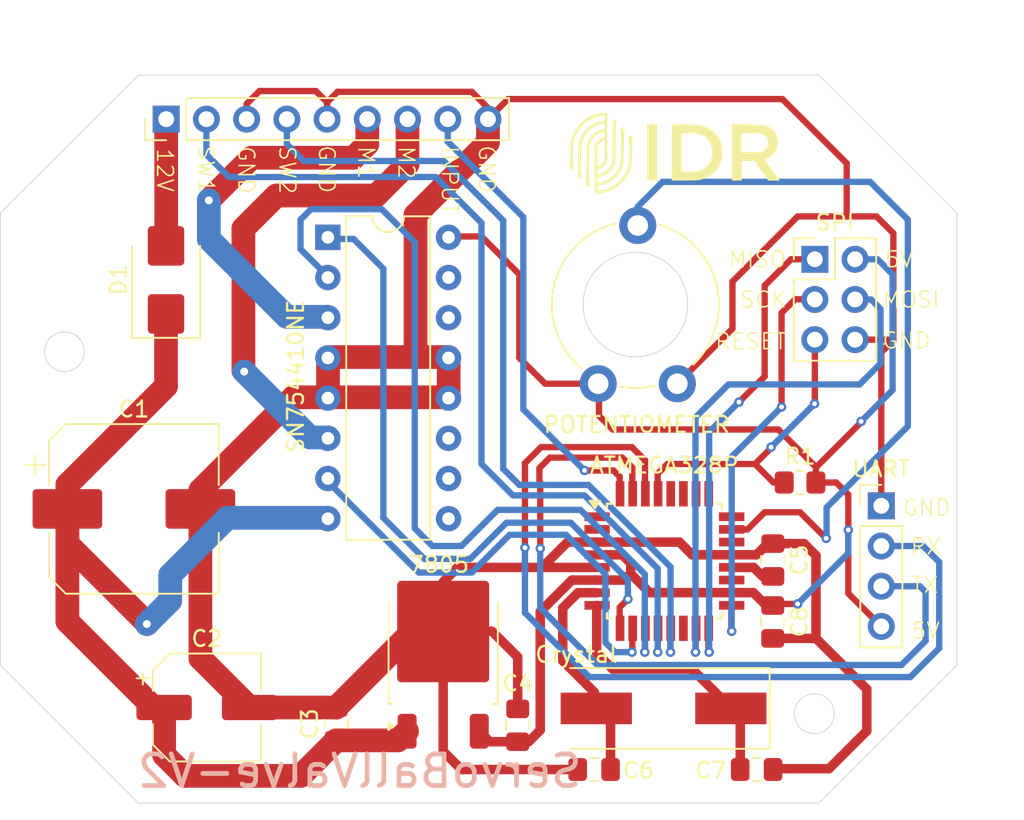
<source format=kicad_pcb>
(kicad_pcb (version 20241229) (generator "pcbnew") (generator_version "9.0")
  (layers (0 "F.Cu" signal) (2 "B.Cu" signal) (13 "F.Paste" user) (15 "B.Paste" user) (5 "F.SilkS" user "F.Silkscreen") (7 "B.SilkS" user "B.Silkscreen") (1 "F.Mask" user) (3 "B.Mask" user) (25 "Edge.Cuts" user))
  (net 0 "")
  (net 1 "24V")
  (net 2 "GND")
  (net 3 "5V")
  (net 4 "Net-(U1-AREF)")
  (net 5 "Net-(U1-XTAL1{slash}PB6)")
  (net 6 "Net-(U1-XTAL2{slash}PB7)")
  (net 7 "S1.1")
  (net 8 "TX")
  (net 9 "RX")
  (net 10 "SCK")
  (net 11 "MISO")
  (net 12 "MOSI")
  (net 13 "RESET")
  (net 14 "Net-(U1-PC0)")
  (net 15 "IN2")
  (net 16 "M2")
  (net 22 "IN1")
  (net 23 "ENA")
  (net 24 "S2.1")
  (net 28 "24VINPUT")
  (net 32 "M1")
  (net 37 "Signal")
  (footprint "Capacitor_SMD:C_0805_2012Metric_Pad1.18x1.45mm_HandSolder" (layer "F.Cu") (at 170.0276 125.6792)
    (property "Reference" "C7" (at -2.8956 0.0508 0) (layer "F.SilkS"))
    (property "Value" "Capacitor 22pf")
    (pad "1" smd roundrect (at -1.0375 0) (size 1.175 1.45) (layers "F.Cu" "F.Mask" "F.Paste") (roundrect_rratio 0.212766) (net 6 "Net-(U1-XTAL2{slash}PB7)"))
    (pad "2" smd roundrect (at 1.0375 0) (size 1.175 1.45) (layers "F.Cu" "F.Mask" "F.Paste") (roundrect_rratio 0.212766) (net 2 "GND"))
  )
  (footprint "Connector_PinHeader_2.54mm:PinHeader_2x03_P2.54mm_Vertical" (layer "F.Cu") (at 173.7052 93.4362)
    (property "Reference" "SPI" (at 1.27 -2.33 0) (layer "F.SilkS"))
    (property "Value" "Conn_02x03_Counter_Clockwise")
    (pad "1" thru_hole rect (at 0 0) (size 1.7 1.7) (drill 1) (layers "*.Cu" "*.Mask") (net 11 "MISO"))
    (pad "2" thru_hole oval (at 2.54 0) (size 1.7 1.7) (drill 1) (layers "*.Cu" "*.Mask") (net 3 "5V"))
    (pad "3" thru_hole oval (at 0 2.54) (size 1.7 1.7) (drill 1) (layers "*.Cu" "*.Mask") (net 10 "SCK"))
    (pad "4" thru_hole oval (at 2.54 2.54) (size 1.7 1.7) (drill 1) (layers "*.Cu" "*.Mask") (net 12 "MOSI"))
    (pad "5" thru_hole oval (at 0 5.08) (size 1.7 1.7) (drill 1) (layers "*.Cu" "*.Mask") (net 13 "RESET"))
    (pad "6" thru_hole oval (at 2.54 5.08) (size 1.7 1.7) (drill 1) (layers "*.Cu" "*.Mask") (net 2 "GND"))
  )
  (footprint "Capacitor_SMD:C_0805_2012Metric_Pad1.18x1.45mm_HandSolder" (layer "F.Cu") (at 154.94 122.8852 90)
    (property "Reference" "C4" (at 2.6416 0 180) (layer "F.SilkS"))
    (property "Value" "Capacitor 2.2uf")
    (pad "1" smd roundrect (at -1.0375 0 90) (size 1.175 1.45) (layers "F.Cu" "F.Mask" "F.Paste") (roundrect_rratio 0.212766) (net 3 "5V"))
    (pad "2" smd roundrect (at 1.0375 0 90) (size 1.175 1.45) (layers "F.Cu" "F.Mask" "F.Paste") (roundrect_rratio 0.212766) (net 2 "GND"))
  )
  (footprint "Connector_PinHeader_2.54mm:PinHeader_1x04_P2.54mm_Vertical" (layer "F.Cu") (at 177.9016 109.0168)
    (property "Reference" "UART" (at 0 -2.33 0) (layer "F.SilkS"))
    (property "Value" "Conn_01x04_Socket")
    (pad "1" thru_hole rect (at 0 0) (size 1.7 1.7) (drill 1) (layers "*.Cu" "*.Mask") (net 2 "GND"))
    (pad "2" thru_hole oval (at 0 2.54) (size 1.7 1.7) (drill 1) (layers "*.Cu" "*.Mask") (net 9 "RX"))
    (pad "3" thru_hole oval (at 0 5.08) (size 1.7 1.7) (drill 1) (layers "*.Cu" "*.Mask") (net 8 "TX"))
    (pad "4" thru_hole oval (at 0 7.62) (size 1.7 1.7) (drill 1) (layers "*.Cu" "*.Mask") (net 3 "5V"))
  )
  (footprint "Capacitor_SMD:C_0805_2012Metric_Pad1.18x1.45mm_HandSolder" (layer "F.Cu") (at 171.05 112.44 -90)
    (property "Reference" "C5" (at 0 -1.68 90) (layer "F.SilkS"))
    (property "Value" "Capacitor 100nf")
    (pad "1" smd roundrect (at -1.0375 0 270) (size 1.175 1.45) (layers "F.Cu" "F.Mask" "F.Paste") (roundrect_rratio 0.212766) (net 2 "GND"))
    (pad "2" smd roundrect (at 1.0375 0 270) (size 1.175 1.45) (layers "F.Cu" "F.Mask" "F.Paste") (roundrect_rratio 0.212766) (net 4 "Net-(U1-AREF)"))
  )
  (footprint "Package_QFP:TQFP-32_7x7mm_P0.8mm" (layer "F.Cu") (at 164.2028 112.5048)
    (property "Reference" "ATMEGA328P" (at 0 -6.05 0) (layer "F.SilkS"))
    (property "Value" "ATmega328P-A")
    (pad "1" smd rect (at -4.25 -2.8) (size 1.6 0.55) (layers "F.Cu" "F.Mask" "F.Paste"))
    (pad "2" smd rect (at -4.25 -2) (size 1.6 0.55) (layers "F.Cu" "F.Mask" "F.Paste"))
    (pad "3" smd rect (at -4.25 -1.2) (size 1.6 0.55) (layers "F.Cu" "F.Mask" "F.Paste") (net 2 "GND"))
    (pad "4" smd rect (at -4.25 -0.4) (size 1.6 0.55) (layers "F.Cu" "F.Mask" "F.Paste") (net 3 "5V"))
    (pad "5" smd rect (at -4.25 0.4) (size 1.6 0.55) (layers "F.Cu" "F.Mask" "F.Paste") (net 2 "GND"))
    (pad "6" smd rect (at -4.25 1.2) (size 1.6 0.55) (layers "F.Cu" "F.Mask" "F.Paste") (net 3 "5V"))
    (pad "7" smd rect (at -4.25 2) (size 1.6 0.55) (layers "F.Cu" "F.Mask" "F.Paste") (net 5 "Net-(U1-XTAL1{slash}PB6)"))
    (pad "8" smd rect (at -4.25 2.8) (size 1.6 0.55) (layers "F.Cu" "F.Mask" "F.Paste") (net 6 "Net-(U1-XTAL2{slash}PB7)"))
    (pad "9" smd rect (at -2.8 4.25 90) (size 1.6 0.55) (layers "F.Cu" "F.Mask" "F.Paste") (net 23 "ENA"))
    (pad "10" smd rect (at -2 4.25 90) (size 1.6 0.55) (layers "F.Cu" "F.Mask" "F.Paste") (net 15 "IN2"))
    (pad "11" smd rect (at -1.2 4.25 90) (size 1.6 0.55) (layers "F.Cu" "F.Mask" "F.Paste") (net 22 "IN1"))
    (pad "12" smd rect (at -0.4 4.25 90) (size 1.6 0.55) (layers "F.Cu" "F.Mask" "F.Paste") (net 7 "S1.1"))
    (pad "13" smd rect (at 0.4 4.25 90) (size 1.6 0.55) (layers "F.Cu" "F.Mask" "F.Paste") (net 24 "S2.1"))
    (pad "14" smd rect (at 1.2 4.25 90) (size 1.6 0.55) (layers "F.Cu" "F.Mask" "F.Paste"))
    (pad "15" smd rect (at 2 4.25 90) (size 1.6 0.55) (layers "F.Cu" "F.Mask" "F.Paste") (net 12 "MOSI"))
    (pad "16" smd rect (at 2.8 4.25 90) (size 1.6 0.55) (layers "F.Cu" "F.Mask" "F.Paste") (net 11 "MISO"))
    (pad "17" smd rect (at 4.25 2.8) (size 1.6 0.55) (layers "F.Cu" "F.Mask" "F.Paste") (net 10 "SCK"))
    (pad "18" smd rect (at 4.25 2) (size 1.6 0.55) (layers "F.Cu" "F.Mask" "F.Paste") (net 3 "5V"))
    (pad "19" smd rect (at 4.25 1.2) (size 1.6 0.55) (layers "F.Cu" "F.Mask" "F.Paste"))
    (pad "20" smd rect (at 4.25 0.4) (size 1.6 0.55) (layers "F.Cu" "F.Mask" "F.Paste") (net 4 "Net-(U1-AREF)"))
    (pad "21" smd rect (at 4.25 -0.4) (size 1.6 0.55) (layers "F.Cu" "F.Mask" "F.Paste") (net 2 "GND"))
    (pad "22" smd rect (at 4.25 -1.2) (size 1.6 0.55) (layers "F.Cu" "F.Mask" "F.Paste"))
    (pad "23" smd rect (at 4.25 -2) (size 1.6 0.55) (layers "F.Cu" "F.Mask" "F.Paste") (net 14 "Net-(U1-PC0)"))
    (pad "24" smd rect (at 4.25 -2.8) (size 1.6 0.55) (layers "F.Cu" "F.Mask" "F.Paste"))
    (pad "25" smd rect (at 2.8 -4.25 90) (size 1.6 0.55) (layers "F.Cu" "F.Mask" "F.Paste"))
    (pad "26" smd rect (at 2 -4.25 90) (size 1.6 0.55) (layers "F.Cu" "F.Mask" "F.Paste"))
    (pad "27" smd rect (at 1.2 -4.25 90) (size 1.6 0.55) (layers "F.Cu" "F.Mask" "F.Paste"))
    (pad "28" smd rect (at 0.4 -4.25 90) (size 1.6 0.55) (layers "F.Cu" "F.Mask" "F.Paste"))
    (pad "29" smd rect (at -0.4 -4.25 90) (size 1.6 0.55) (layers "F.Cu" "F.Mask" "F.Paste") (net 13 "RESET"))
    (pad "30" smd rect (at -1.2 -4.25 90) (size 1.6 0.55) (layers "F.Cu" "F.Mask" "F.Paste") (net 9 "RX"))
    (pad "31" smd rect (at -2 -4.25 90) (size 1.6 0.55) (layers "F.Cu" "F.Mask" "F.Paste") (net 8 "TX"))
    (pad "32" smd rect (at -2.8 -4.25 90) (size 1.6 0.55) (layers "F.Cu" "F.Mask" "F.Paste") (net 37 "Signal"))
  )
  (footprint "Capacitor_SMD:C_0805_2012Metric_Pad1.18x1.45mm_HandSolder" (layer "F.Cu") (at 143.48 122.8 90)
    (property "Reference" "C3" (at 0 -1.68 90) (layer "F.SilkS"))
    (property "Value" "Capacitor 4.7uf")
    (pad "1" smd roundrect (at -1.0375 0 90) (size 1.175 1.45) (layers "F.Cu" "F.Mask" "F.Paste") (roundrect_rratio 0.212766) (net 1 "24V"))
    (pad "2" smd roundrect (at 1.0375 0 90) (size 1.175 1.45) (layers "F.Cu" "F.Mask" "F.Paste") (roundrect_rratio 0.212766) (net 2 "GND"))
  )
  (footprint "Diode_SMD:D_SMB" (layer "F.Cu") (at 132.73 94.74 90)
    (property "Reference" "D1" (at 0 -3 90) (layer "F.SilkS"))
    (property "Value" "US2AA")
    (pad "1" smd roundrect (at -2.15 0 90) (size 2.5 2.3) (layers "F.Cu" "F.Mask" "F.Paste") (roundrect_rratio 0.1086956522) (net 1 "24V"))
    (pad "2" smd roundrect (at 2.15 0 90) (size 2.5 2.3) (layers "F.Cu" "F.Mask" "F.Paste") (roundrect_rratio 0.1086956522) (net 28 "24VINPUT"))
  )
  (footprint "Potentiometer_THT:Potentiometer_Piher_PT-10-V10_Vertical_Hole" (layer "F.Cu") (at 165.02 101.3 90)
    (property "Reference" "POTENTIOMETER" (at -2.586 -2.5616 180) (layer "F.SilkS"))
    (property "Value" "R_Potentiometer")
    (pad "1" thru_hole circle (at 0 0 90) (size 2.34 2.34) (drill 1.3) (layers "*.Cu" "*.Mask") (net 2 "GND"))
    (pad "2" thru_hole circle (at 10 -2.5 90) (size 2.34 2.34) (drill 1.3) (layers "*.Cu" "*.Mask") (net 14 "Net-(U1-PC0)"))
    (pad "3" thru_hole circle (at 0 -5 90) (size 2.34 2.34) (drill 1.3) (layers "*.Cu" "*.Mask") (net 3 "5V"))
  )
  (footprint "Crystal:Crystal_SMD_HC49-SD" (layer "F.Cu") (at 164.152 121.8184 180)
    (property "Reference" "Crystal" (at 5.5036 3.4036 0) (layer "F.SilkS"))
    (property "Value" "16MHzCrystal")
    (pad "1" smd rect (at -4.25 0 180) (size 4.5 2) (layers "F.Cu" "F.Mask" "F.Paste") (net 6 "Net-(U1-XTAL2{slash}PB7)"))
    (pad "2" smd rect (at 4.25 0 180) (size 4.5 2) (layers "F.Cu" "F.Mask" "F.Paste") (net 5 "Net-(U1-XTAL1{slash}PB6)"))
  )
  (footprint "Capacitor_SMD:C_0805_2012Metric_Pad1.18x1.45mm_HandSolder" (layer "F.Cu") (at 159.766 125.6792 180)
    (property "Reference" "C6" (at -2.794 -0.0508 0) (layer "F.SilkS"))
    (property "Value" "Capacitor 22pf")
    (pad "1" smd roundrect (at -1.0375 0 180) (size 1.175 1.45) (layers "F.Cu" "F.Mask" "F.Paste") (roundrect_rratio 0.212766) (net 5 "Net-(U1-XTAL1{slash}PB6)"))
    (pad "2" smd roundrect (at 1.0375 0 180) (size 1.175 1.45) (layers "F.Cu" "F.Mask" "F.Paste") (roundrect_rratio 0.212766) (net 2 "GND"))
  )
  (footprint "Package_DIP:DIP-16_W7.62mm" (layer "F.Cu") (at 142.9512 92.0496)
    (property "Reference" "SN754410NE" (at -2.032 8.7884 90) (layer "F.SilkS"))
    (property "Value" "L293D")
    (pad "1" thru_hole rect (at 0 0) (size 1.6 1.6) (drill 0.8) (layers "*.Cu" "*.Mask") (net 23 "ENA"))
    (pad "2" thru_hole oval (at 0 2.54) (size 1.6 1.6) (drill 0.8) (layers "*.Cu" "*.Mask") (net 22 "IN1"))
    (pad "3" thru_hole oval (at 0 5.08) (size 1.6 1.6) (drill 0.8) (layers "*.Cu" "*.Mask") (net 32 "M1"))
    (pad "4" thru_hole oval (at 0 7.62) (size 1.6 1.6) (drill 0.8) (layers "*.Cu" "*.Mask") (net 2 "GND"))
    (pad "5" thru_hole oval (at 0 10.16) (size 1.6 1.6) (drill 0.8) (layers "*.Cu" "*.Mask") (net 2 "GND"))
    (pad "6" thru_hole oval (at 0 12.7) (size 1.6 1.6) (drill 0.8) (layers "*.Cu" "*.Mask") (net 16 "M2"))
    (pad "7" thru_hole oval (at 0 15.24) (size 1.6 1.6) (drill 0.8) (layers "*.Cu" "*.Mask") (net 15 "IN2"))
    (pad "8" thru_hole oval (at 0 17.78) (size 1.6 1.6) (drill 0.8) (layers "*.Cu" "*.Mask") (net 1 "24V"))
    (pad "9" thru_hole oval (at 7.62 17.78) (size 1.6 1.6) (drill 0.8) (layers "*.Cu" "*.Mask"))
    (pad "10" thru_hole oval (at 7.62 15.24) (size 1.6 1.6) (drill 0.8) (layers "*.Cu" "*.Mask"))
    (pad "11" thru_hole oval (at 7.62 12.7) (size 1.6 1.6) (drill 0.8) (layers "*.Cu" "*.Mask"))
    (pad "12" thru_hole oval (at 7.62 10.16) (size 1.6 1.6) (drill 0.8) (layers "*.Cu" "*.Mask") (net 2 "GND"))
    (pad "13" thru_hole oval (at 7.62 7.62) (size 1.6 1.6) (drill 0.8) (layers "*.Cu" "*.Mask") (net 2 "GND"))
    (pad "14" thru_hole oval (at 7.62 5.08) (size 1.6 1.6) (drill 0.8) (layers "*.Cu" "*.Mask"))
    (pad "15" thru_hole oval (at 7.62 2.54) (size 1.6 1.6) (drill 0.8) (layers "*.Cu" "*.Mask"))
    (pad "16" thru_hole oval (at 7.62 0) (size 1.6 1.6) (drill 0.8) (layers "*.Cu" "*.Mask") (net 3 "5V"))
  )
  (footprint "Connector_PinHeader_2.54mm:PinHeader_1x09_P2.54mm_Vertical" (layer "F.Cu") (at 132.7404 84.582 90)
    (property "Reference" "J3" (hide yes))
    (property "Value" "Conn_01x09_Socket")
    (pad "1" thru_hole rect (at 0 0 90) (size 1.7 1.7) (drill 1) (layers "*.Cu" "*.Mask") (net 28 "24VINPUT"))
    (pad "2" thru_hole oval (at 0 2.54 90) (size 1.7 1.7) (drill 1) (layers "*.Cu" "*.Mask") (net 7 "S1.1"))
    (pad "3" thru_hole oval (at 0 5.08 90) (size 1.7 1.7) (drill 1) (layers "*.Cu" "*.Mask") (net 2 "GND"))
    (pad "4" thru_hole oval (at 0 7.62 90) (size 1.7 1.7) (drill 1) (layers "*.Cu" "*.Mask") (net 24 "S2.1"))
    (pad "5" thru_hole oval (at 0 10.16 90) (size 1.7 1.7) (drill 1) (layers "*.Cu" "*.Mask") (net 2 "GND"))
    (pad "6" thru_hole oval (at 0 12.7 90) (size 1.7 1.7) (drill 1) (layers "*.Cu" "*.Mask") (net 32 "M1"))
    (pad "7" thru_hole oval (at 0 15.24 90) (size 1.7 1.7) (drill 1) (layers "*.Cu" "*.Mask") (net 16 "M2"))
    (pad "8" thru_hole oval (at 0 17.78 90) (size 1.7 1.7) (drill 1) (layers "*.Cu" "*.Mask") (net 37 "Signal"))
    (pad "9" thru_hole oval (at 0 20.32 90) (size 1.7 1.7) (drill 1) (layers "*.Cu" "*.Mask") (net 2 "GND"))
  )
  (footprint "Capacitor_SMD:CP_Elec_10x10.5" (layer "F.Cu") (at 130.7 109.21)
    (property "Reference" "C1" (at 0 -6.3 0) (layer "F.SilkS"))
    (property "Value" "Capacitor 220uf")
    (pad "1" smd roundrect (at -4.2 0) (size 4.4 2.5) (layers "F.Cu" "F.Mask" "F.Paste") (roundrect_rratio 0.1) (net 1 "24V"))
    (pad "2" smd roundrect (at 4.2 0) (size 4.4 2.5) (layers "F.Cu" "F.Mask" "F.Paste") (roundrect_rratio 0.1) (net 2 "GND"))
  )
  (footprint "Capacitor_SMD:CP_Elec_6.3x7.7" (layer "F.Cu") (at 135.31 121.76)
    (property "Reference" "C2" (at 0 -4.35 0) (layer "F.SilkS"))
    (property "Value" "Capacitor 100uf")
    (pad "1" smd roundrect (at -2.7 0) (size 3.5 1.6) (layers "F.Cu" "F.Mask" "F.Paste") (roundrect_rratio 0.15625) (net 1 "24V"))
    (pad "2" smd roundrect (at 2.7 0) (size 3.5 1.6) (layers "F.Cu" "F.Mask" "F.Paste") (roundrect_rratio 0.15625) (net 2 "GND"))
  )
  (footprint "Package_TO_SOT_SMD:TO-252-2" (layer "F.Cu") (at 150.2325 118.22 90)
    (property "Reference" "7805" (at 5.4948 -0.2709 180) (layer "F.SilkS"))
    (property "Value" "L7805")
    (pad "1" smd roundrect (at -5.04 -2.28 90) (size 2.2 1.2) (layers "F.Cu" "F.Mask" "F.Paste") (roundrect_rratio 0.208333) (net 1 "24V"))
    (pad "2" smd roundrect (at -0.415 -1.525 90) (size 3.05 2.75) (layers "F.Cu" "F.Paste") (roundrect_rratio 0.090909) (net 2 "GND"))
    (pad "2" smd roundrect (at -0.415 1.525 90) (size 3.05 2.75) (layers "F.Cu" "F.Paste") (roundrect_rratio 0.090909) (net 2 "GND"))
    (pad "2" smd roundrect (at 1.26 0 90) (size 6.4 5.8) (layers "F.Cu" "F.Mask") (roundrect_rratio 0.043103) (net 2 "GND"))
    (pad "2" smd roundrect (at 2.935 -1.525 90) (size 3.05 2.75) (layers "F.Cu" "F.Paste") (roundrect_rratio 0.090909) (net 2 "GND"))
    (pad "2" smd roundrect (at 2.935 1.525 90) (size 3.05 2.75) (layers "F.Cu" "F.Paste") (roundrect_rratio 0.090909) (net 2 "GND"))
    (pad "3" smd roundrect (at -5.04 2.28 90) (size 2.2 1.2) (layers "F.Cu" "F.Mask" "F.Paste") (roundrect_rratio 0.208333) (net 3 "5V"))
  )
  (footprint "MyLibrary:18mm_IDR_LOGO" (layer "F.Cu") (at 164.846 86.7156)
    (property "Reference" "G***" (hide yes))
    (property "Value" "LOGO" (hide yes))
  )
  (footprint "Resistor_SMD:R_0805_2012Metric_Pad1.20x1.40mm_HandSolder" (layer "F.Cu") (at 172.7708 107.5436)
    (property "Reference" "R1" (at 0 -1.65 0) (layer "F.SilkS"))
    (property "Value" "Resistor 1K")
    (pad "1" smd roundrect (at -1 0) (size 1.2 1.4) (layers "F.Cu" "F.Mask" "F.Paste") (roundrect_rratio 0.208333) (net 13 "RESET"))
    (pad "2" smd roundrect (at 1 0) (size 1.2 1.4) (layers "F.Cu" "F.Mask" "F.Paste") (roundrect_rratio 0.208333) (net 3 "5V"))
  )
  (footprint "Capacitor_SMD:C_0805_2012Metric_Pad1.18x1.45mm_HandSolder" (layer "F.Cu") (at 171.0436 116.3535 -90)
    (property "Reference" "C8" (at 0 -1.68 90) (layer "F.SilkS"))
    (property "Value" "Capacitor 100nf")
    (pad "1" smd roundrect (at -1.0375 0 270) (size 1.175 1.45) (layers "F.Cu" "F.Mask" "F.Paste") (roundrect_rratio 0.212766) (net 3 "5V"))
    (pad "2" smd roundrect (at 1.0375 0 270) (size 1.175 1.45) (layers "F.Cu" "F.Mask" "F.Paste") (roundrect_rratio 0.212766) (net 2 "GND"))
  )
  (gr_line (start 130.98 127.8) (end 122.27 119.09) (stroke (width 0.05)) (layer "Edge.Cuts"))
  (gr_line (start 182.67 90.51) (end 182.67 119.09) (stroke (width 0.05)) (layer "Edge.Cuts"))
  (gr_line (start 130.98 81.8) (end 173.96 81.8) (stroke (width 0.05)) (layer "Edge.Cuts"))
  (gr_line (start 122.27 90.51) (end 130.98 81.8) (stroke (width 0.05)) (layer "Edge.Cuts"))
  (gr_line (start 182.67 90.51) (end 173.96 81.8) (stroke (width 0.05)) (layer "Edge.Cuts"))
  (gr_circle (center 162.37 96.3) (end 165.67 96.3) (stroke (width 0.05)) (fill no) (layer "Edge.Cuts"))
  (gr_circle (center 126.315 99.28) (end 127.57 99.28) (stroke (width 0.05)) (fill no) (layer "Edge.Cuts"))
  (gr_line (start 122.27 119.09) (end 122.27 90.51) (stroke (width 0.05)) (layer "Edge.Cuts"))
  (gr_line (start 173.96 127.8) (end 130.98 127.8) (stroke (width 0.05)) (layer "Edge.Cuts"))
  (gr_line (start 173.96 127.8) (end 182.67 119.09) (stroke (width 0.05)) (layer "Edge.Cuts"))
  (gr_circle (center 173.67 122.15) (end 174.64 121.35) (stroke (width 0.05)) (fill no) (layer "Edge.Cuts"))
  (gr_text "SCK\n" (at 168.91 96.5708 0) (layer "F.SilkS") (effects (font (size 1 1) (thickness 0.1)) (justify left bottom)))
  (gr_text "MOSI\n" (at 177.9016 96.5708 0) (layer "F.SilkS") (effects (font (size 1 1) (thickness 0.1)) (justify left bottom)))
  (gr_text "12V" (at 132.0754 86.36 270) (layer "F.SilkS") (effects (font (size 1 1) (thickness 0.1)) (justify left bottom)))
  (gr_text "GND" (at 177.9016 99.1616 0) (layer "F.SilkS") (effects (font (size 1 1) (thickness 0.1)) (justify left bottom)))
  (gr_text "SW1" (at 134.6708 86.1568 -90) (layer "F.SilkS") (effects (font (size 1 1) (thickness 0.1)) (justify left bottom)))
  (gr_text "5V" (at 178.054 94.0308 0) (layer "F.SilkS") (effects (font (size 1 1) (thickness 0.1)) (justify left bottom)))
  (gr_text "M1" (at 144.78 86.2076 270) (layer "F.SilkS") (effects (font (size 1 1) (thickness 0.1)) (justify left bottom)))
  (gr_text "GND" (at 152.4 86.1568 -90) (layer "F.SilkS") (effects (font (size 1 1) (thickness 0.1)) (justify left bottom)))
  (gr_text "5V" (at 179.7304 117.5004 0) (layer "F.SilkS") (effects (font (size 1 1) (thickness 0.1)) (justify left bottom)))
  (gr_text "GND" (at 142.2908 86.1568 -90) (layer "F.SilkS") (effects (font (size 1 1) (thickness 0.1)) (justify left bottom)))
  (gr_text "RESET" (at 167.3352 99.2124 0) (layer "F.SilkS") (effects (font (size 1 1) (thickness 0.1)) (justify left bottom)))
  (gr_text "INPUT" (at 150.0632 86.2076 270) (layer "F.SilkS") (effects (font (size 1 1) (thickness 0.1)) (justify left bottom)))
  (gr_text "RX" (at 179.6796 112.1664 0) (layer "F.SilkS") (effects (font (size 1 1) (thickness 0.1)) (justify left bottom)))
  (gr_text "GND" (at 137.2108 86.2076 -90) (layer "F.SilkS") (effects (font (size 1 1) (thickness 0.1)) (justify left bottom)))
  (gr_text "MISO" (at 168.1988 94.0308 0) (layer "F.SilkS") (effects (font (size 1 1) (thickness 0.1)) (justify left bottom)))
  (gr_text "SW2" (at 139.8016 86.2076 270) (layer "F.SilkS") (effects (font (size 1 1) (thickness 0.1)) (justify left bottom)))
  (gr_text "GND" (at 179.1716 109.728 0) (layer "F.SilkS") (effects (font (size 1 1) (thickness 0.1)) (justify left bottom)))
  (gr_text "M2" (at 147.32 86.2076 270) (layer "F.SilkS") (effects (font (size 1 1) (thickness 0.1)) (justify left bottom)))
  (gr_text "TX" (at 179.7304 114.6048 0) (layer "F.SilkS") (effects (font (size 1 1) (thickness 0.1)) (justify left bottom)))
  (gr_text "ServoBallValve-V2" (at 159.1564 126.9492 0) (layer "B.SilkS") (effects (font (size 2 2) (thickness 0.3)) (justify left bottom mirror)))
  (segment (start 126.5 109.21) (end 126.52 109.21) (width 0.2) (layer "F.Cu") (net 1))
  (segment (start 147.375 123.8375) (end 147.9525 123.26) (width 1.5) (layer "F.Cu") (net 1))
  (segment (start 131.5212 116.4336) (end 126.5 111.4124) (width 1.5) (layer "F.Cu") (net 1))
  (segment (start 126.5 109.99) (end 126.5 109.21) (width 0.2) (layer "F.Cu") (net 1))
  (segment (start 132.61 121.76) (end 131.94 121.76) (width 0.2) (layer "F.Cu") (net 1))
  (segment (start 141.2375 126.08) (end 143.48 123.8375) (width 1.5) (layer "F.Cu") (net 1))
  (segment (start 143.48 123.8375) (end 147.375 123.8375) (width 1.5) (layer "F.Cu") (net 1))
  (segment (start 126.5 107.688) (end 132.73 101.458) (width 1.5) (layer "F.Cu") (net 1))
  (segment (start 132.61 124.76) (end 133.93 126.08) (width 1.5) (layer "F.Cu") (net 1))
  (segment (start 131.5212 116.4844) (end 131.5212 116.4336) (width 1.5) (layer "F.Cu") (net 1))
  (segment (start 133.93 126.08) (end 141.2375 126.08) (width 1.5) (layer "F.Cu") (net 1))
  (segment (start 132.73 101.458) (end 132.73 96.89) (width 1.5) (layer "F.Cu") (net 1))
  (segment (start 126.5 111.4124) (end 126.5 109.99) (width 1.5) (layer "F.Cu") (net 1))
  (segment (start 126.5 116.32) (end 126.5 109.21) (width 1.5) (layer "F.Cu") (net 1))
  (segment (start 131.94 121.76) (end 126.5 116.32) (width 1.5) (layer "F.Cu") (net 1))
  (segment (start 132.61 121.76) (end 132.61 124.76) (width 1.5) (layer "F.Cu") (net 1))
  (segment (start 126.5 109.21) (end 126.5 107.688) (width 1.5) (layer "F.Cu") (net 1))
  (via (at 131.5212 116.4844) (size 1.5) (drill 0.5) (layers "F.Cu" "B.Cu") (net 1))
  (segment (start 132.9944 115.0112) (end 132.9944 113.3856) (width 1.5) (layer "B.Cu") (net 1))
  (segment (start 132.9944 113.3856) (end 136.605 109.775) (width 1.5) (layer "B.Cu") (net 1))
  (segment (start 131.5212 116.4844) (end 132.9944 115.0112) (width 1.5) (layer "B.Cu") (net 1))
  (segment (start 136.605 109.775) (end 142.96 109.775) (width 1.5) (layer "B.Cu") (net 1))
  (segment (start 142.9004 83.5152) (end 143.5608 82.8548) (width 0.4) (layer "F.Cu") (net 2))
  (segment (start 178.6636 98.552) (end 177.9016 99.314) (width 0.4) (layer "F.Cu") (net 2))
  (segment (start 153.0604 86.0552) (end 148.4884 90.6272) (width 1.5) (layer "F.Cu") (net 2))
  (segment (start 142.96 102.155) (end 142.96 99.615) (width 1.5) (layer "F.Cu") (net 2))
  (segment (start 165.02 101.3) (end 168.5036 97.8164) (width 0.4) (layer "F.Cu") (net 2))
  (segment (start 168.43 112.11) (end 165.958 112.11) (width 0.6) (layer "F.Cu") (net 2))
  (segment (start 138.6332 82.804) (end 142.1892 82.804) (width 0.4) (layer "F.Cu") (net 2))
  (segment (start 159.93 111.31) (end 158.0824 111.31) (width 0.6) (layer "F.Cu") (net 2))
  (segment (start 143.48 121.7625) (end 148.2825 116.96) (width 1.5) (layer "F.Cu") (net 2))
  (segment (start 151.1484 112.91) (end 150.2325 113.8259) (width 0.6) (layer "F.Cu") (net 2))
  (segment (start 142.96 99.615) (end 148.5392 99.615) (width 1.5) (layer "F.Cu") (net 2))
  (segment (start 137.8204 83.6168) (end 138.6332 82.804) (width 0.4) (layer "F.Cu") (net 2))
  (segment (start 142.9004 83.5152) (end 142.9004 84.582) (width 0.4) (layer "F.Cu") (net 2))
  (segment (start 168.5036 94.8436) (end 172.6184 90.7288) (width 0.4) (layer "F.Cu") (net 2))
  (segment (start 142.1892 82.804) (end 142.9004 83.5152) (width 0.4) (layer "F.Cu") (net 2))
  (segment (start 148.4884 90.6272) (end 148.4884 99.5642) (width 1.5) (layer "F.Cu") (net 2))
  (segment (start 151.384 125.6792) (end 150.2325 124.5277) (width 0.6) (layer "F.Cu") (net 2))
  (segment (start 148.2825 116.96) (end 150.2325 116.96) (width 1.5) (layer "F.Cu") (net 2))
  (segment (start 177.9016 99.314) (end 177.9016 109.0168) (width 0.4) (layer "F.Cu") (net 2))
  (segment (start 154.3304 83.312) (end 153.0604 84.582) (width 0.4) (layer "F.Cu") (net 2))
  (segment (start 134.9 108.0256) (end 134.9 109.21) (width 1.5) (layer "F.Cu") (net 2))
  (segment (start 168.5036 97.8164) (end 168.5036 94.8436) (width 0.4) (layer "F.Cu") (net 2))
  (segment (start 170 112.11) (end 168.43 112.11) (width 0.6) (layer "F.Cu") (net 2))
  (segment (start 137.8204 84.582) (end 137.8204 83.6168) (width 0.4) (layer "F.Cu") (net 2))
  (segment (start 142.96 102.155) (end 141.3 102.155) (width 1.5) (layer "F.Cu") (net 2))
  (segment (start 165.158 111.31) (end 159.93 111.31) (width 0.6) (layer "F.Cu") (net 2))
  (segment (start 172.6184 90.7288) (end 175.7172 90.7288) (width 0.4) (layer "F.Cu") (net 2))
  (segment (start 142.96 102.155) (end 150.58 102.155) (width 1.5) (layer "F.Cu") (net 2))
  (segment (start 138.01 121.76) (end 134.9 118.65) (width 1.5) (layer "F.Cu") (net 2))
  (segment (start 153.3144 116.9416) (end 154.94 118.5672) (width 0.6) (layer "F.Cu") (net 2))
  (segment (start 165.958 112.11) (end 165.158 111.31) (width 0.6) (layer "F.Cu") (net 2))
  (segment (start 153.0604 83.8708) (end 153.0604 84.582) (width 0.2) (layer "F.Cu") (net 2))
  (segment (start 171.6532 83.312) (end 154.3304 83.312) (width 0.4) (layer "F.Cu") (net 2))
  (segment (start 175.7172 90.7288) (end 177.5968 90.7288) (width 0.4) (layer "F.Cu") (net 2))
  (segment (start 156.7688 112.91) (end 151.1484 112.91) (width 0.6) (layer "F.Cu") (net 2))
  (segment (start 148.5392 99.615) (end 150.58 99.615) (width 1.5) (layer "F.Cu") (net 2))
  (segment (start 171.05 111.4025) (end 170.7275 111.4025) (width 0.2) (layer "F.Cu") (net 2))
  (segment (start 134.9 118.65) (end 134.9 109.21) (width 1.5) (layer "F.Cu") (net 2))
  (segment (start 158.0824 111.31) (end 156.7688 112.6236) (width 0.6) (layer "F.Cu") (net 2))
  (segment (start 171.1159 125.6284) (end 171.0651 125.6792) (width 0.2) (layer "F.Cu") (net 2))
  (segment (start 176.2452 98.5162) (end 178.6278 98.5162) (width 0.4) (layer "F.Cu") (net 2))
  (segment (start 154.94 118.5672) (end 154.94 121.8477) (width 0.6) (layer "F.Cu") (net 2))
  (segment (start 171.0519 111.4044) (end 173.0248 111.4044) (width 0.6) (layer "F.Cu") (net 2))
  (segment (start 156.7688 112.6236) (end 156.7688 112.91) (width 0.2) (layer "F.Cu") (net 2))
  (segment (start 141.3 102.155) (end 140.7706 102.155) (width 1.5) (layer "F.Cu") (net 2))
  (segment (start 152.0444 82.8548) (end 153.0604 83.8708) (width 0.4) (layer "F.Cu") (net 2))
  (segment (start 143.4775 121.76) (end 143.48 121.7625) (width 1.5) (layer "F.Cu") (net 2))
  (segment (start 153.0604 84.582) (end 153.0604 86.0552) (width 1.5) (layer "F.Cu") (net 2))
  (segment (start 170.7275 111.4025) (end 170.01 112.12) (width 0.6) (layer "F.Cu") (net 2))
  (segment (start 173.0248 111.4044) (end 173.779 112.1586) (width 0.6) (layer "F.Cu") (net 2))
  (segment (start 140.7706 102.155) (end 134.9 108.0256) (width 1.5) (layer "F.Cu") (net 2))
  (segment (start 173.779 112.1586) (end 173.779 117.391) (width 0.6) (layer "F.Cu") (net 2))
  (segment (start 150.58 102.155) (end 150.58 99.615) (width 1.5) (layer "F.Cu") (net 2))
  (segment (start 177.5968 90.7288) (end 178.6636 91.7956) (width 0.4) (layer "F.Cu") (net 2))
  (segment (start 148.4884 99.5642) (end 148.5392 99.615) (width 0.4) (layer "F.Cu") (net 2))
  (segment (start 138.01 121.76) (end 143.4775 121.76) (width 1.5) (layer "F.Cu") (net 2))
  (segment (start 175.7172 87.376) (end 171.6532 83.312) (width 0.4) (layer "F.Cu") (net 2))
  (segment (start 151.9875 116.96) (end 150.2325 116.96) (width 0.6) (layer "F.Cu") (net 2))
  (segment (start 176.9872 120.5992) (end 176.9872 123.2408) (width 0.6) (layer "F.Cu") (net 2))
  (segment (start 150.2509 116.9416) (end 153.3144 116.9416) (width 0.6) (layer "F.Cu") (net 2))
  (segment (start 174.5996 125.6284) (end 171.1159 125.6284) (width 0.6) (layer "F.Cu") (net 2))
  (segment (start 176.9872 123.2408) (end 174.5996 125.6284) (width 0.6) (layer "F.Cu") (net 2))
  (segment (start 150.2325 113.8259) (end 150.2325 116.96) (width 0.2) (layer "F.Cu") (net 2))
  (segment (start 171.0436 117.391) (end 173.779 117.391) (width 0.6) (layer "F.Cu") (net 2))
  (segment (start 170.01 112.12) (end 170 112.11) (width 0.2) (layer "F.Cu") (net 2))
  (segment (start 171.05 111.4025) (end 171.0519 111.4044) (width 0.2) (layer "F.Cu") (net 2))
  (segment (start 173.779 117.391) (end 176.9872 120.5992) (width 0.6) (layer "F.Cu") (net 2))
  (segment (start 175.7172 90.7288) (end 175.7172 87.376) (width 0.4) (layer "F.Cu") (net 2))
  (segment (start 150.2325 124.5277) (end 150.2325 116.96) (width 0.6) (layer "F.Cu") (net 2))
  (segment (start 178.6636 91.7956) (end 178.6636 98.552) (width 0.4) (layer "F.Cu") (net 2))
  (segment (start 159.93 112.91) (end 156.7688 112.91) (width 0.6) (layer "F.Cu") (net 2))
  (segment (start 158.7285 125.6792) (end 151.384 125.6792) (width 0.6) (layer "F.Cu") (net 2))
  (segment (start 178.6278 98.5162) (end 178.6636 98.552) (width 0.2) (layer "F.Cu") (net 2))
  (segment (start 143.5608 82.8548) (end 152.0444 82.8548) (width 0.4) (layer "F.Cu") (net 2))
  (segment (start 150.2325 116.96) (end 150.2509 116.9416) (width 0.2) (layer "F.Cu") (net 2))
  (segment (start 156.3624 118.0084) (end 156.3624 123.19) (width 0.6) (layer "F.Cu") (net 3))
  (segment (start 171.3992 104.1908) (end 173.7708 106.5624) (width 0.4) (layer "F.Cu") (net 3))
  (segment (start 153.1752 123.9227) (end 152.5125 123.26) (width 0.6) (layer "F.Cu") (net 3))
  (segment (start 176.6316 103.7336) (end 173.8028 106.5624) (width 0.4) (layer "F.Cu") (net 3))
  (segment (start 155.0416 99.6696) (end 156.672 101.3) (width 0.4) (layer "F.Cu") (net 3))
  (segment (start 159.93 113.71) (end 161.64 113.71) (width 0.6) (layer "F.Cu") (net 3))
  (segment (start 158.36 113.71) (end 157.18 114.89) (width 0.6) (layer "F.Cu") (net 3))
  (segment (start 175.8188 114.554) (end 175.8188 110.5408) (width 0.4) (layer "F.Cu") (net 3))
  (segment (start 160.0708 101.3508) (end 160.0708 103.3272) (width 0.4) (layer "F.Cu") (net 3))
  (segment (start 161.54 112.11) (end 159.93 112.11) (width 0.6) (layer "F.Cu") (net 3))
  (segment (start 173.7708 106.5624) (end 173.7708 107.5436) (width 0.4) (layer "F.Cu") (net 3))
  (segment (start 156.3624 123.19) (end 155.6297 123.9227) (width 0.6) (layer "F.Cu") (net 3))
  (segment (start 178.308 116.6368) (end 177.9016 116.6368) (width 0.4) (layer "F.Cu") (net 3))
  (segment (start 175.0568 107.5436) (end 175.8188 108.3056) (width 0.4) (layer "F.Cu") (net 3))
  (segment (start 175.8188 108.3056) (end 175.8188 110.5408) (width 0.4) (layer "F.Cu") (net 3))
  (segment (start 156.3624 115.7076) (end 157.18 114.89) (width 0.6) (layer "F.Cu") (net 3))
  (segment (start 155.6297 123.9227) (end 154.94 123.9227) (width 0.6) (layer "F.Cu") (net 3))
  (segment (start 171.0436 115.316) (end 170.6372 115.316) (width 0.2) (layer "F.Cu") (net 3))
  (segment (start 162.08 113.312) (end 162.08 113.27) (width 0.2) (layer "F.Cu") (net 3))
  (segment (start 155.2956 123.9735) (end 155.2448 123.9227) (width 0.6) (layer "F.Cu") (net 3))
  (segment (start 169.8244 114.5032) (end 168.4368 114.5032) (width 0.6) (layer "F.Cu") (net 3))
  (segment (start 170.6372 115.316) (end 169.8244 114.5032) (width 0.6) (layer "F.Cu") (net 3))
  (segment (start 159.769316 101.3) (end 159.933552 101.464236) (width 0.4) (layer "F.Cu") (net 3))
  (segment (start 155.0416 94.3864) (end 155.0416 99.6696) (width 0.4) (layer "F.Cu") (net 3))
  (segment (start 160.9344 104.1908) (end 171.3992 104.1908) (width 0.4) (layer "F.Cu") (net 3))
  (segment (start 150.58 91.995) (end 152.6502 91.995) (width 0.4) (layer "F.Cu") (net 3))
  (segment (start 168.4232 114.5032) (end 163.2712 114.5032) (width 0.6) (layer "F.Cu") (net 3))
  (segment (start 173.8028 106.5624) (end 173.7708 106.5624) (width 0.4) (layer "F.Cu") (net 3))
  (segment (start 162.08 112.65) (end 161.54 112.11) (width 0.6) (layer "F.Cu") (net 3))
  (segment (start 160.0708 103.3272) (end 160.9344 104.1908) (width 0.4) (layer "F.Cu") (net 3))
  (segment (start 161.64 113.71) (end 162.08 113.27) (width 0.6) (layer "F.Cu") (net 3))
  (segment (start 168.4368 114.5032) (end 168.43 114.51) (width 0.2) (layer "F.Cu") (net 3))
  (segment (start 159.93 113.71) (end 158.36 113.71) (width 0.6) (layer "F.Cu") (net 3))
  (segment (start 162.08 113.27) (end 162.08 112.65) (width 0.6) (layer "F.Cu") (net 3))
  (segment (start 176.6316 103.6828) (end 176.6316 103.7336) (width 0.4) (layer "F.Cu") (net 3))
  (segment (start 173.7708 107.5436) (end 175.0568 107.5436) (width 0.4) (layer "F.Cu") (net 3))
  (segment (start 171.1452 115.2144) (end 171.0436 115.316) (width 0.2) (layer "F.Cu") (net 3))
  (segment (start 156.672 101.3) (end 159.769316 101.3) (width 0.4) (layer "F.Cu") (net 3))
  (segment (start 160.02 101.3) (end 160.0708 101.3508) (width 0.2) (layer "F.Cu") (net 3))
  (segment (start 163.2712 114.5032) (end 162.08 113.312) (width 0.6) (layer "F.Cu") (net 3))
  (segment (start 154.94 123.9227) (end 153.1752 123.9227) (width 0.6) (layer "F.Cu") (net 3))
  (segment (start 156.3624 118.0084) (end 156.3624 115.7076) (width 0.6) (layer "F.Cu") (net 3))
  (segment (start 168.43 114.51) (end 168.4232 114.5032) (width 0.2) (layer "F.Cu") (net 3))
  (segment (start 172.6184 115.2144) (end 171.1452 115.2144) (width 0.4) (layer "F.Cu") (net 3))
  (segment (start 177.9016 116.6368) (end 175.8188 114.554) (width 0.4) (layer "F.Cu") (net 3))
  (segment (start 152.6502 91.995) (end 155.0416 94.3864) (width 0.4) (layer "F.Cu") (net 3))
  (via (at 176.6316 103.6828) (size 0.6) (drill 0.3) (layers "F.Cu" "B.Cu") (net 3))
  (via (at 175.8188 110.5408) (size 0.6) (drill 0.3) (layers "F.Cu" "B.Cu") (net 3))
  (via (at 172.6184 115.2144) (size 0.6) (drill 0.3) (layers "F.Cu" "B.Cu") (net 3))
  (segment (start 178.6128 94.3864) (end 177.6626 93.4362) (width 0.4) (layer "B.Cu") (net 3))
  (segment (start 178.6128 101.7016) (end 178.6128 94.3864) (width 0.4) (layer "B.Cu") (net 3))
  (segment (start 176.6316 103.6828) (end 178.6128 101.7016) (width 0.4) (layer "B.Cu") (net 3))
  (segment (start 175.8188 112.014) (end 172.6184 115.2144) (width 0.4) (layer "B.Cu") (net 3))
  (segment (start 175.8188 110.5408) (end 175.8188 112.014) (width 0.4) (layer "B.Cu") (net 3))
  (segment (start 177.6626 93.4362) (end 176.2452 93.4362) (width 0.4) (layer "B.Cu") (net 3))
  (segment (start 169.84 112.91) (end 168.43 112.91) (width 0.6) (layer "F.Cu") (net 4))
  (segment (start 171.05 113.4775) (end 170.4075 113.4775) (width 0.2) (layer "F.Cu") (net 4))
  (segment (start 170.4075 113.4775) (end 169.84 112.91) (width 0.6) (layer "F.Cu") (net 4))
  (segment (start 157.7848 118.804) (end 157.7848 115.4684) (width 0.6) (layer "F.Cu") (net 5))
  (segment (start 158.7432 114.51) (end 159.93 114.51) (width 0.6) (layer "F.Cu") (net 5))
  (segment (start 160.8035 125.6792) (end 160.8035 122.6863) (width 0.6) (layer "F.Cu") (net 5))
  (segment (start 159.7832 120.8024) (end 157.7848 118.804) (width 0.6) (layer "F.Cu") (net 5))
  (segment (start 160.8035 122.6863) (end 159.7832 121.666) (width 0.6) (layer "F.Cu") (net 5))
  (segment (start 157.7848 115.4684) (end 158.7432 114.51) (width 0.6) (layer "F.Cu") (net 5))
  (segment (start 159.7832 121.666) (end 159.7832 120.8024) (width 0.6) (layer "F.Cu") (net 5))
  (segment (start 168.2832 121.666) (end 165.9464 119.3292) (width 0.6) (layer "F.Cu") (net 6))
  (segment (start 168.5329 125.6792) (end 168.9944 125.2177) (width 0.2) (layer "F.Cu") (net 6))
  (segment (start 168.9944 125.2177) (end 168.9944 122.3772) (width 0.6) (layer "F.Cu") (net 6))
  (segment (start 159.93 118.3248) (end 159.93 115.31) (width 0.6) (layer "F.Cu") (net 6))
  (segment (start 168.9944 122.3772) (end 168.2832 121.666) (width 0.6) (layer "F.Cu") (net 6))
  (segment (start 165.9464 119.3292) (end 160.9344 119.3292) (width 0.6) (layer "F.Cu") (net 6))
  (segment (start 160.9344 119.3292) (end 159.93 118.3248) (width 0.6) (layer "F.Cu") (net 6))
  (segment (start 163.78 118.2616) (end 163.7792 118.2624) (width 0.2) (layer "F.Cu") (net 7))
  (segment (start 163.78 116.76) (end 163.78 118.2616) (width 0.4) (layer "F.Cu") (net 7))
  (via (at 163.7792 118.2624) (size 0.6) (drill 0.3) (layers "F.Cu" "B.Cu") (net 7))
  (segment (start 136.7028 88.2396) (end 149.7584 88.2396) (width 0.4) (layer "B.Cu") (net 7))
  (segment (start 152.654 91.1352) (end 152.654 106.3752) (width 0.4) (layer "B.Cu") (net 7))
  (segment (start 135.2804 86.8172) (end 136.7028 88.2396) (width 0.4) (layer "B.Cu") (net 7))
  (segment (start 159.1564 108.3564) (end 163.7792 112.9792) (width 0.4) (layer "B.Cu") (net 7))
  (segment (start 152.654 106.3752) (end 154.6352 108.3564) (width 0.4) (layer "B.Cu") (net 7))
  (segment (start 135.2804 84.582) (end 135.2804 86.8172) (width 0.4) (layer "B.Cu") (net 7))
  (segment (start 154.6352 108.3564) (end 159.1564 108.3564) (width 0.4) (layer "B.Cu") (net 7))
  (segment (start 149.7584 88.2396) (end 152.654 91.1352) (width 0.4) (layer "B.Cu") (net 7))
  (segment (start 163.7792 112.9792) (end 163.7792 118.2624) (width 0.4) (layer "B.Cu") (net 7))
  (segment (start 156.3116 106.6292) (end 156.972 105.9688) (width 0.4) (layer "F.Cu") (net 8))
  (segment (start 156.3624 111.7092) (end 156.3624 107.5436) (width 0.4) (layer "F.Cu") (net 8))
  (segment (start 156.972 105.9688) (end 161.544 105.9688) (width 0.4) (layer "F.Cu") (net 8))
  (segment (start 156.3116 107.4928) (end 156.3116 106.6292) (width 0.4) (layer "F.Cu") (net 8))
  (segment (start 162.18 106.6048) (end 162.18 108.26) (width 0.4) (layer "F.Cu") (net 8))
  (segment (start 156.3624 107.5436) (end 156.3116 107.4928) (width 0.2) (layer "F.Cu") (net 8))
  (segment (start 161.544 105.9688) (end 162.18 106.6048) (width 0.4) (layer "F.Cu") (net 8))
  (via (at 156.3624 111.7092) (size 0.6) (drill 0.3) (layers "F.Cu" "B.Cu") (net 8))
  (segment (start 159.9692 119.0752) (end 179.1716 119.0752) (width 0.4) (layer "B.Cu") (net 8))
  (segment (start 156.3624 111.7092) (end 156.3624 115.4684) (width 0.4) (layer "B.Cu") (net 8))
  (segment (start 179.1716 119.0752) (end 180.6956 117.5512) (width 0.4) (layer "B.Cu") (net 8))
  (segment (start 177.9016 114.0968) (end 180.34 114.0968) (width 0.4) (layer "B.Cu") (net 8))
  (segment (start 180.6956 117.5512) (end 180.6956 114.4524) (width 0.4) (layer "B.Cu") (net 8))
  (segment (start 156.3624 115.4684) (end 159.9692 119.0752) (width 0.4) (layer "B.Cu") (net 8))
  (segment (start 180.34 114.0968) (end 180.6956 114.4524) (width 0.4) (layer "B.Cu") (net 8))
  (segment (start 155.3972 106.3244) (end 156.4132 105.3084) (width 0.4) (layer "F.Cu") (net 9))
  (segment (start 156.4132 105.3084) (end 162.1536 105.3084) (width 0.4) (layer "F.Cu") (net 9))
  (segment (start 162.1536 105.3084) (end 162.98 106.1348) (width 0.4) (layer "F.Cu") (net 9))
  (segment (start 162.98 106.1348) (end 162.98 108.26) (width 0.4) (layer "F.Cu") (net 9))
  (segment (start 155.3972 111.6584) (end 155.3972 106.3244) (width 0.4) (layer "F.Cu") (net 9))
  (via (at 155.3972 111.6584) (size 0.6) (drill 0.3) (layers "F.Cu" "B.Cu") (net 9))
  (segment (start 179.7304 119.8372) (end 181.5592 118.0084) (width 0.4) (layer "B.Cu") (net 9))
  (segment (start 181.5592 112.5728) (end 180.5432 111.5568) (width 0.4) (layer "B.Cu") (net 9))
  (segment (start 159.4612 119.8372) (end 179.7304 119.8372) (width 0.4) (layer "B.Cu") (net 9))
  (segment (start 155.3972 111.6584) (end 155.3972 115.7732) (width 0.4) (layer "B.Cu") (net 9))
  (segment (start 155.3972 115.7732) (end 159.4612 119.8372) (width 0.4) (layer "B.Cu") (net 9))
  (segment (start 181.5592 118.0084) (end 181.5592 112.5728) (width 0.4) (layer "B.Cu") (net 9))
  (segment (start 180.5432 111.5568) (end 177.9016 111.5568) (width 0.4) (layer "B.Cu") (net 9))
  (segment (start 168.43 116.9188) (end 168.4528 116.9416) (width 0.2) (layer "F.Cu") (net 10))
  (segment (start 171.6024 102.7684) (end 171.6024 102.8192) (width 0.2) (layer "F.Cu") (net 10))
  (segment (start 173.6902 95.9612) (end 172.466 95.9612) (width 0.4) (layer "F.Cu") (net 10))
  (segment (start 173.7052 95.9762) (end 173.6902 95.9612) (width 0.2) (layer "F.Cu") (net 10))
  (segment (start 168.43 115.31) (end 168.43 116.9188) (width 0.4) (layer "F.Cu") (net 10))
  (segment (start 171.6024 96.8248) (end 171.6024 102.7684) (width 0.4) (layer "F.Cu") (net 10))
  (segment (start 172.466 95.9612) (end 171.6024 96.8248) (width 0.4) (layer "F.Cu") (net 10))
  (via (at 168.4528 116.9416) (size 0.6) (drill 0.3) (layers "F.Cu" "B.Cu") (net 10))
  (via (at 171.6024 102.7684) (size 0.6) (drill 0.3) (layers "F.Cu" "B.Cu") (net 10))
  (segment (start 168.4528 105.918) (end 171.6024 102.7684) (width 0.4) (layer "B.Cu") (net 10))
  (segment (start 168.4528 116.9416) (end 168.4528 105.918) (width 0.4) (layer "B.Cu") (net 10))
  (segment (start 172.197 93.4362) (end 173.7052 93.4362) (width 0.4) (layer "F.Cu") (net 11))
  (segment (start 166.98 116.76) (end 166.98 118.212) (width 0.4) (layer "F.Cu") (net 11))
  (segment (start 168.91 102.4636) (end 170.5356 100.838) (width 0.4) (layer "F.Cu") (net 11))
  (segment (start 170.5356 95.0976) (end 172.197 93.4362) (width 0.4) (layer "F.Cu") (net 11))
  (segment (start 166.98 118.212) (end 167.0304 118.2624) (width 0.2) (layer "F.Cu") (net 11))
  (segment (start 170.5356 100.838) (end 170.5356 95.0976) (width 0.4) (layer "F.Cu") (net 11))
  (via (at 167.0304 118.2624) (size 0.6) (drill 0.3) (layers "F.Cu" "B.Cu") (net 11))
  (via (at 168.91 102.4636) (size 0.6) (drill 0.3) (layers "F.Cu" "B.Cu") (net 11))
  (segment (start 167.0304 104.3432) (end 167.0304 118.2624) (width 0.4) (layer "B.Cu") (net 11))
  (segment (start 168.91 102.4636) (end 167.0304 104.3432) (width 0.4) (layer "B.Cu") (net 11))
  (segment (start 173.7052 93.4362) (end 173.213 93.4362) (width 0.2) (layer "B.Cu") (net 11))
  (segment (start 166.18 116.76) (end 166.18 118.2492) (width 0.4) (layer "F.Cu") (net 12))
  (segment (start 166.18 118.2492) (end 166.1668 118.2624) (width 0.2) (layer "F.Cu") (net 12))
  (via (at 166.1668 118.2624) (size 0.6) (drill 0.3) (layers "F.Cu" "B.Cu") (net 12))
  (segment (start 177.8508 96.5708) (end 177.2562 95.9762) (width 0.4) (layer "B.Cu") (net 12))
  (segment (start 166.1668 118.2624) (end 166.1668 103.4288) (width 0.4) (layer "B.Cu") (net 12))
  (segment (start 176.53 101.346) (end 177.8508 100.0252) (width 0.4) (layer "B.Cu") (net 12))
  (segment (start 166.1668 103.4288) (end 168.2496 101.346) (width 0.4) (layer "B.Cu") (net 12))
  (segment (start 168.2496 101.346) (end 176.53 101.346) (width 0.4) (layer "B.Cu") (net 12))
  (segment (start 177.2562 95.9762) (end 176.2452 95.9762) (width 0.4) (layer "B.Cu") (net 12))
  (segment (start 177.8508 100.0252) (end 177.8508 96.5708) (width 0.4) (layer "B.Cu") (net 12))
  (segment (start 170.942 105.3084) (end 170.942 105.3592) (width 0.2) (layer "F.Cu") (net 13))
  (segment (start 163.78 106.984) (end 163.78 108.26) (width 0.4) (layer "F.Cu") (net 13))
  (segment (start 171.7708 107.5436) (end 171.0944 107.5436) (width 0.4) (layer "F.Cu") (net 13))
  (segment (start 164.3888 106.3752) (end 163.78 106.984) (width 0.4) (layer "F.Cu") (net 13))
  (segment (start 170.942 105.3592) (end 169.926 106.3752) (width 0.4) (layer "F.Cu") (net 13))
  (segment (start 171.0944 107.5436) (end 169.926 106.3752) (width 0.4) (layer "F.Cu") (net 13))
  (segment (start 173.7052 102.5452) (end 173.7052 98.5162) (width 0.4) (layer "F.Cu") (net 13))
  (segment (start 173.6852 102.5652) (end 173.7052 102.5452) (width 0.2) (layer "F.Cu") (net 13))
  (segment (start 169.926 106.3752) (end 164.3888 106.3752) (width 0.4) (layer "F.Cu") (net 13))
  (via (at 173.6852 102.5652) (size 0.6) (drill 0.3) (layers "F.Cu" "B.Cu") (net 13))
  (via (at 170.942 105.3084) (size 0.6) (drill 0.3) (layers "F.Cu" "B.Cu") (net 13))
  (segment (start 170.942 105.3084) (end 173.6852 102.5652) (width 0.4) (layer "B.Cu") (net 13))
  (segment (start 172.7708 109.4232) (end 170.5356 109.4232) (width 0.4) (layer "F.Cu") (net 14))
  (segment (start 170.5356 109.4232) (end 169.4488 110.51) (width 0.4) (layer "F.Cu") (net 14))
  (segment (start 174.4218 111.0742) (end 172.7708 109.4232) (width 0.4) (layer "F.Cu") (net 14))
  (segment (start 169.4488 110.51) (end 168.43 110.51) (width 0.4) (layer "F.Cu") (net 14))
  (via (at 174.4218 111.0742) (size 0.6) (drill 0.3) (layers "F.Cu" "B.Cu") (net 14))
  (segment (start 162.52 90.1084) (end 162.52 91.3) (width 0.4) (layer "B.Cu") (net 14))
  (segment (start 174.4472 111.0488) (end 174.4472 109.1184) (width 0.4) (layer "B.Cu") (net 14))
  (segment (start 164.084 88.5444) (end 162.52 90.1084) (width 0.4) (layer "B.Cu") (net 14))
  (segment (start 179.578 103.9876) (end 179.578 90.932) (width 0.4) (layer "B.Cu") (net 14))
  (segment (start 177.1904 88.5444) (end 164.084 88.5444) (width 0.4) (layer "B.Cu") (net 14))
  (segment (start 174.4218 111.0742) (end 174.4472 111.0488) (width 0.2) (layer "B.Cu") (net 14))
  (segment (start 174.4472 109.1184) (end 179.578 103.9876) (width 0.4) (layer "B.Cu") (net 14))
  (segment (start 179.578 90.932) (end 177.1904 88.5444) (width 0.4) (layer "B.Cu") (net 14))
  (segment (start 162.18 118.236) (end 162.1536 118.2624) (width 0.2) (layer "F.Cu") (net 15))
  (segment (start 162.18 116.76) (end 162.18 118.236) (width 0.4) (layer "F.Cu") (net 15))
  (via (at 162.1536 118.2624) (size 0.6) (drill 0.3) (layers "F.Cu" "B.Cu") (net 15))
  (segment (start 162.1536 118.2624) (end 161.0868 118.2624) (width 0.4) (layer "B.Cu") (net 15))
  (segment (start 142.96 107.5016) (end 142.96 107.235) (width 0.2) (layer "B.Cu") (net 15))
  (segment (start 154.432 110.8456) (end 152.0444 113.2332) (width 0.4) (layer "B.Cu") (net 15))
  (segment (start 160.4772 117.6528) (end 160.4772 113.3348) (width 0.4) (layer "B.Cu") (net 15))
  (segment (start 157.988 110.8456) (end 154.432 110.8456) (width 0.4) (layer "B.Cu") (net 15))
  (segment (start 161.0868 118.2624) (end 160.4772 117.6528) (width 0.4) (layer "B.Cu") (net 15))
  (segment (start 148.6916 113.2332) (end 142.96 107.5016) (width 0.4) (layer "B.Cu") (net 15))
  (segment (start 160.4772 113.3348) (end 157.988 110.8456) (width 0.4) (layer "B.Cu") (net 15))
  (segment (start 152.0444 113.2332) (end 148.6916 113.2332) (width 0.4) (layer "B.Cu") (net 15))
  (segment (start 147.9804 87.4268) (end 145.9992 89.408) (width 1.5) (layer "F.Cu") (net 16))
  (segment (start 137.6172 91.4908) (end 137.6172 100.4824) (width 1.5) (layer "F.Cu") (net 16))
  (segment (start 139.7 89.408) (end 137.6172 91.4908) (width 1.5) (layer "F.Cu") (net 16))
  (segment (start 145.9992 89.408) (end 139.7 89.408) (width 1.5) (layer "F.Cu") (net 16))
  (segment (start 137.6172 100.4824) (end 137.668 100.5332) (width 0.2) (layer "F.Cu") (net 16))
  (segment (start 147.9804 84.582) (end 147.9804 87.4268) (width 1.5) (layer "F.Cu") (net 16))
  (via (at 137.668 100.5332) (size 1.5) (drill 0.5) (layers "F.Cu" "B.Cu") (net 16))
  (segment (start 141.8298 104.695) (end 142.96 104.695) (width 1.5) (layer "B.Cu") (net 16))
  (segment (start 137.668 100.5332) (end 141.8298 104.695) (width 1.5) (layer "B.Cu") (net 16))
  (segment (start 162.98 116.76) (end 162.98 118.2488) (width 0.4) (layer "F.Cu") (net 22))
  (segment (start 162.98 118.2488) (end 162.9664 118.2624) (width 0.2) (layer "F.Cu") (net 22))
  (via (at 162.9664 118.2624) (size 0.6) (drill 0.3) (layers "F.Cu" "B.Cu") (net 22))
  (segment (start 141.224 92.799) (end 142.96 94.535) (width 0.4) (layer "B.Cu") (net 22))
  (segment (start 158.9024 109.2708) (end 153.67 109.2708) (width 0.4) (layer "B.Cu") (net 22))
  (segment (start 162.9664 113.3348) (end 158.9024 109.2708) (width 0.4) (layer "B.Cu") (net 22))
  (segment (start 141.224 90.932) (end 141.224 92.799) (width 0.4) (layer "B.Cu") (net 22))
  (segment (start 149.5552 111.5568) (end 148.4376 110.4392) (width 0.4) (layer "B.Cu") (net 22))
  (segment (start 151.384 111.5568) (end 149.5552 111.5568) (width 0.4) (layer "B.Cu") (net 22))
  (segment (start 141.8844 90.2716) (end 141.224 90.932) (width 0.4) (layer "B.Cu") (net 22))
  (segment (start 146.3548 90.2716) (end 141.8844 90.2716) (width 0.4) (layer "B.Cu") (net 22))
  (segment (start 162.9664 118.2624) (end 162.9664 113.3348) (width 0.4) (layer "B.Cu") (net 22))
  (segment (start 153.67 109.2708) (end 151.384 111.5568) (width 0.4) (layer "B.Cu") (net 22))
  (segment (start 148.4376 110.4392) (end 148.4376 92.3544) (width 0.4) (layer "B.Cu") (net 22))
  (segment (start 148.4376 92.3544) (end 146.3548 90.2716) (width 0.4) (layer "B.Cu") (net 22))
  (segment (start 161.544 115.2652) (end 161.8996 114.9096) (width 0.4) (layer "F.Cu") (net 23))
  (segment (start 161.38 115.4292) (end 161.544 115.2652) (width 0.4) (layer "F.Cu") (net 23))
  (segment (start 161.38 116.76) (end 161.38 115.4292) (width 0.4) (layer "F.Cu") (net 23))
  (via (at 161.8996 114.9096) (size 0.6) (drill 0.3) (layers "F.Cu" "B.Cu") (net 23))
  (segment (start 146.4564 94.0308) (end 144.5768 92.1512) (width 0.4) (layer "B.Cu") (net 23))
  (segment (start 161.8996 113.6904) (end 158.2928 110.0836) (width 0.4) (layer "B.Cu") (net 23))
  (segment (start 144.5768 92.1512) (end 143.1162 92.1512) (width 0.4) (layer "B.Cu") (net 23))
  (segment (start 143.1162 92.1512) (end 142.96 91.995) (width 0.2) (layer "B.Cu") (net 23))
  (segment (start 161.8996 114.9096) (end 161.8996 113.6904) (width 0.4) (layer "B.Cu") (net 23))
  (segment (start 151.9428 112.3696) (end 149.0472 112.3696) (width 0.4) (layer "B.Cu") (net 23))
  (segment (start 158.2928 110.0836) (end 154.2288 110.0836) (width 0.4) (layer "B.Cu") (net 23))
  (segment (start 149.0472 112.3696) (end 146.4564 109.7788) (width 0.4) (layer "B.Cu") (net 23))
  (segment (start 154.2288 110.0836) (end 151.9428 112.3696) (width 0.4) (layer "B.Cu") (net 23))
  (segment (start 146.4564 109.7788) (end 146.4564 94.0308) (width 0.4) (layer "B.Cu") (net 23))
  (segment (start 164.58 116.76) (end 164.58 118.2504) (width 0.4) (layer "F.Cu") (net 24))
  (segment (start 164.58 118.2504) (end 164.592 118.2624) (width 0.2) (layer "F.Cu") (net 24))
  (via (at 164.592 118.2624) (size 0.6) (drill 0.3) (layers "F.Cu" "B.Cu") (net 24))
  (segment (start 150.2664 87.2236) (end 141.4272 87.2236) (width 0.4) (layer "B.Cu") (net 24))
  (segment (start 164.592 118.2624) (end 164.592 112.8776) (width 0.4) (layer "B.Cu") (net 24))
  (segment (start 140.3604 86.1568) (end 140.3604 84.582) (width 0.4) (layer "B.Cu") (net 24))
  (segment (start 164.592 112.8776) (end 159.4104 107.696) (width 0.4) (layer "B.Cu") (net 24))
  (segment (start 154.0256 90.9828) (end 150.2664 87.2236) (width 0.4) (layer "B.Cu") (net 24))
  (segment (start 155.0416 107.696) (end 154.0256 106.68) (width 0.4) (layer "B.Cu") (net 24))
  (segment (start 154.0256 106.68) (end 154.0256 90.9828) (width 0.4) (layer "B.Cu") (net 24))
  (segment (start 159.4104 107.696) (end 155.0416 107.696) (width 0.4) (layer "B.Cu") (net 24))
  (segment (start 141.4272 87.2236) (end 140.3604 86.1568) (width 0.4) (layer "B.Cu") (net 24))
  (segment (start 132.7404 92.5796) (end 132.7404 84.582) (width 1.5) (layer "F.Cu") (net 28))
  (segment (start 132.73 84.5924) (end 132.7404 84.582) (width 0.2) (layer "F.Cu") (net 28))
  (segment (start 132.73 92.59) (end 132.7404 92.5796) (width 1.5) (layer "F.Cu") (net 28))
  (segment (start 135.4328 89.7128) (end 138.1252 87.0204) (width 1.5) (layer "F.Cu") (net 32))
  (segment (start 145.4404 86.1568) (end 145.4404 84.582) (width 1.5) (layer "F.Cu") (net 32))
  (segment (start 138.1252 87.0204) (end 144.5768 87.0204) (width 1.5) (layer "F.Cu") (net 32))
  (segment (start 144.5768 87.0204) (end 145.4404 86.1568) (width 1.5) (layer "F.Cu") (net 32))
  (via (at 135.4328 89.7128) (size 1.5) (drill 0.5) (layers "F.Cu" "B.Cu") (net 32))
  (segment (start 135.4328 92.1512) (end 140.3566 97.075) (width 1.5) (layer "B.Cu") (net 32))
  (segment (start 140.3566 97.075) (end 142.96 97.075) (width 1.5) (layer "B.Cu") (net 32))
  (segment (start 135.4328 89.7128) (end 135.4328 92.1512) (width 1.5) (layer "B.Cu") (net 32))
  (segment (start 161.38 108.26) (end 161.38 107.1764) (width 0.4) (layer "F.Cu") (net 37))
  (segment (start 161.38 107.1764) (end 161.1884 106.9848) (width 0.4) (layer "F.Cu") (net 37))
  (segment (start 160.9852 106.7816) (end 159.1564 106.7816) (width 0.4) (layer "F.Cu") (net 37))
  (segment (start 161.1884 106.9848) (end 160.9852 106.7816) (width 0.4) (layer "F.Cu") (net 37))
  (via (at 159.1564 106.7816) (size 0.6) (drill 0.3) (layers "F.Cu" "B.Cu") (net 37))
  (segment (start 155.2956 102.9208) (end 155.2956 90.7796) (width 0.4) (layer "B.Cu") (net 37))
  (segment (start 159.1564 106.7816) (end 155.2956 102.9208) (width 0.4) (layer "B.Cu") (net 37))
  (segment (start 155.2956 90.7796) (end 150.5204 86.0044) (width 0.4) (layer "B.Cu") (net 37))
  (segment (start 150.5204 86.0044) (end 150.5204 84.582) (width 0.4) (layer "B.Cu") (net 37))
)
</source>
